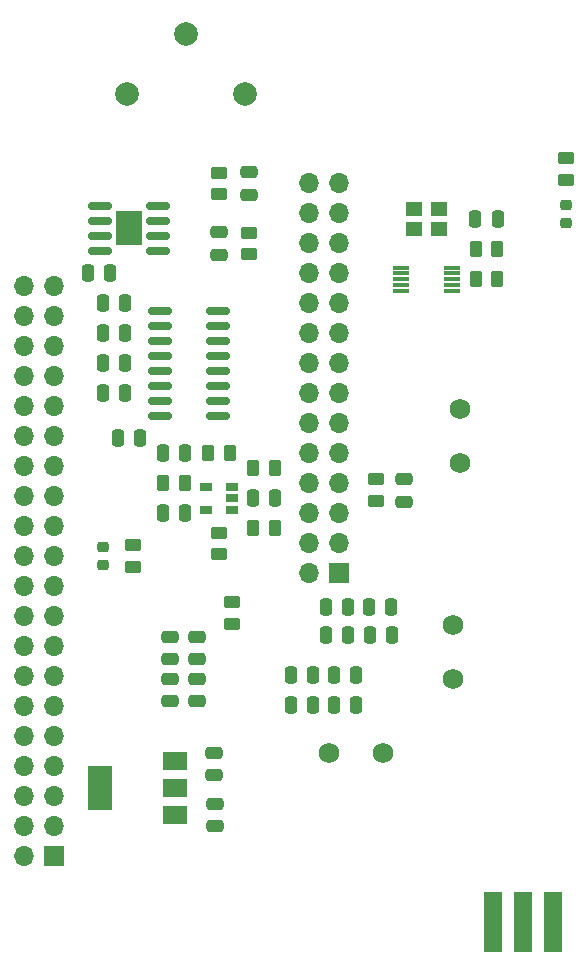
<source format=gts>
G04 #@! TF.GenerationSoftware,KiCad,Pcbnew,(6.0.11)*
G04 #@! TF.CreationDate,2025-01-10T09:31:50+11:00*
G04 #@! TF.ProjectId,bbb,6262622e-6b69-4636-9164-5f7063625858,rev?*
G04 #@! TF.SameCoordinates,Original*
G04 #@! TF.FileFunction,Soldermask,Top*
G04 #@! TF.FilePolarity,Negative*
%FSLAX46Y46*%
G04 Gerber Fmt 4.6, Leading zero omitted, Abs format (unit mm)*
G04 Created by KiCad (PCBNEW (6.0.11)) date 2025-01-10 09:31:50*
%MOMM*%
%LPD*%
G01*
G04 APERTURE LIST*
G04 Aperture macros list*
%AMRoundRect*
0 Rectangle with rounded corners*
0 $1 Rounding radius*
0 $2 $3 $4 $5 $6 $7 $8 $9 X,Y pos of 4 corners*
0 Add a 4 corners polygon primitive as box body*
4,1,4,$2,$3,$4,$5,$6,$7,$8,$9,$2,$3,0*
0 Add four circle primitives for the rounded corners*
1,1,$1+$1,$2,$3*
1,1,$1+$1,$4,$5*
1,1,$1+$1,$6,$7*
1,1,$1+$1,$8,$9*
0 Add four rect primitives between the rounded corners*
20,1,$1+$1,$2,$3,$4,$5,0*
20,1,$1+$1,$4,$5,$6,$7,0*
20,1,$1+$1,$6,$7,$8,$9,0*
20,1,$1+$1,$8,$9,$2,$3,0*%
G04 Aperture macros list end*
%ADD10C,1.727200*%
%ADD11C,2.006600*%
%ADD12R,1.524000X5.080000*%
%ADD13RoundRect,0.249998X-0.450002X0.262502X-0.450002X-0.262502X0.450002X-0.262502X0.450002X0.262502X0*%
%ADD14RoundRect,0.218750X0.256250X-0.218750X0.256250X0.218750X-0.256250X0.218750X-0.256250X-0.218750X0*%
%ADD15O,1.700000X1.700000*%
%ADD16R,1.700000X1.700000*%
%ADD17RoundRect,0.249998X0.450002X-0.262502X0.450002X0.262502X-0.450002X0.262502X-0.450002X-0.262502X0*%
%ADD18R,1.060000X0.650000*%
%ADD19RoundRect,0.250000X0.250000X0.475000X-0.250000X0.475000X-0.250000X-0.475000X0.250000X-0.475000X0*%
%ADD20R,1.400000X0.300000*%
%ADD21R,1.400000X1.200000*%
%ADD22RoundRect,0.250000X-0.250000X-0.475000X0.250000X-0.475000X0.250000X0.475000X-0.250000X0.475000X0*%
%ADD23RoundRect,0.250000X0.475000X-0.250000X0.475000X0.250000X-0.475000X0.250000X-0.475000X-0.250000X0*%
%ADD24RoundRect,0.250000X-0.475000X0.250000X-0.475000X-0.250000X0.475000X-0.250000X0.475000X0.250000X0*%
%ADD25RoundRect,0.249998X-0.262502X-0.450002X0.262502X-0.450002X0.262502X0.450002X-0.262502X0.450002X0*%
%ADD26RoundRect,0.249998X0.262502X0.450002X-0.262502X0.450002X-0.262502X-0.450002X0.262502X-0.450002X0*%
%ADD27RoundRect,0.150000X0.825000X0.150000X-0.825000X0.150000X-0.825000X-0.150000X0.825000X-0.150000X0*%
%ADD28R,2.290000X3.000000*%
%ADD29RoundRect,0.249999X-0.450001X0.262501X-0.450001X-0.262501X0.450001X-0.262501X0.450001X0.262501X0*%
%ADD30R,2.000000X3.800000*%
%ADD31R,2.000000X1.500000*%
G04 APERTURE END LIST*
D10*
X140741400Y-126250700D03*
X145313400Y-126250700D03*
X151841200Y-101714300D03*
X151841200Y-97142300D03*
X151231600Y-120002300D03*
X151231600Y-115430300D03*
D11*
X128629400Y-65415800D03*
X133629400Y-70415800D03*
X123629400Y-70415800D03*
D12*
X154635200Y-140538200D03*
X157175200Y-140538200D03*
X159715200Y-140538200D03*
D13*
X160845500Y-75897100D03*
X160845500Y-77722100D03*
D14*
X160845500Y-81407100D03*
X160845500Y-79832100D03*
D15*
X114947700Y-86690200D03*
X117487700Y-86690200D03*
X114947700Y-89230200D03*
X117487700Y-89230200D03*
X114947700Y-91770200D03*
X117487700Y-91770200D03*
X114947700Y-94310200D03*
X117487700Y-94310200D03*
X114947700Y-96850200D03*
X117487700Y-96850200D03*
X114947700Y-99390200D03*
X117487700Y-99390200D03*
X114947700Y-101930200D03*
X117487700Y-101930200D03*
X114947700Y-104470200D03*
X117487700Y-104470200D03*
X114947700Y-107010200D03*
X117487700Y-107010200D03*
X114947700Y-109550200D03*
X117487700Y-109550200D03*
X114947700Y-112090200D03*
X117487700Y-112090200D03*
X114947700Y-114630200D03*
X117487700Y-114630200D03*
X114947700Y-117170200D03*
X117487700Y-117170200D03*
X114947700Y-119710200D03*
X117487700Y-119710200D03*
X114947700Y-122250200D03*
X117487700Y-122250200D03*
X114947700Y-124790200D03*
X117487700Y-124790200D03*
X114947700Y-127330200D03*
X117487700Y-127330200D03*
X114947700Y-129870200D03*
X117487700Y-129870200D03*
X114947700Y-132410200D03*
X117487700Y-132410200D03*
X114947700Y-134950200D03*
D16*
X117487700Y-134950200D03*
D17*
X124180600Y-108663100D03*
X124180600Y-110488100D03*
D14*
X121640600Y-108788100D03*
X121640600Y-110363100D03*
D18*
X130370400Y-105648800D03*
X130370400Y-103748800D03*
X132570400Y-103748800D03*
X132570400Y-104698800D03*
X132570400Y-105648800D03*
D19*
X134330400Y-104698800D03*
X136230400Y-104698800D03*
X126710400Y-100888800D03*
X128610400Y-100888800D03*
D20*
X151221800Y-87144100D03*
X151221800Y-86644100D03*
X151221800Y-86144100D03*
X151221800Y-85644100D03*
X151221800Y-85144100D03*
X146821800Y-85144100D03*
X146821800Y-85644100D03*
X146821800Y-86144100D03*
X146821800Y-86644100D03*
X146821800Y-87144100D03*
D21*
X147921800Y-80214100D03*
X150121800Y-80214100D03*
X150121800Y-81914100D03*
X147921800Y-81914100D03*
D22*
X126710400Y-105968800D03*
X128610400Y-105968800D03*
D19*
X155051800Y-81064100D03*
X153151800Y-81064100D03*
X122900400Y-99618800D03*
X124800400Y-99618800D03*
X121630400Y-93268800D03*
X123530400Y-93268800D03*
X123530400Y-90728800D03*
X121630400Y-90728800D03*
X121630400Y-88188800D03*
X123530400Y-88188800D03*
X120360400Y-85648800D03*
X122260400Y-85648800D03*
X123530400Y-95808800D03*
X121630400Y-95808800D03*
D23*
X131470400Y-82158800D03*
X131470400Y-84058800D03*
D24*
X134010400Y-77078800D03*
X134010400Y-78978800D03*
D25*
X130557900Y-100888800D03*
X132382900Y-100888800D03*
D26*
X128572900Y-103428800D03*
X126747900Y-103428800D03*
D25*
X136192900Y-102158800D03*
X134367900Y-102158800D03*
D17*
X131470400Y-109421300D03*
X131470400Y-107596300D03*
D25*
X153189300Y-86144100D03*
X155014300Y-86144100D03*
X155014300Y-83604100D03*
X153189300Y-83604100D03*
D26*
X134367900Y-107238800D03*
X136192900Y-107238800D03*
D17*
X134010400Y-82196300D03*
X134010400Y-84021300D03*
D13*
X131470400Y-77116300D03*
X131470400Y-78941300D03*
D27*
X131405400Y-97713800D03*
X131405400Y-96443800D03*
X131405400Y-95173800D03*
X131405400Y-93903800D03*
X131405400Y-92633800D03*
X131405400Y-91363800D03*
X131405400Y-90093800D03*
X131405400Y-88823800D03*
X126455400Y-88823800D03*
X126455400Y-90093800D03*
X126455400Y-91363800D03*
X126455400Y-92633800D03*
X126455400Y-93903800D03*
X126455400Y-95173800D03*
X126455400Y-96443800D03*
X126455400Y-97713800D03*
X126325400Y-83743800D03*
X126325400Y-82473800D03*
X126325400Y-81203800D03*
X126325400Y-79933800D03*
X121375400Y-79933800D03*
X121375400Y-81203800D03*
X121375400Y-82473800D03*
X121375400Y-83743800D03*
D28*
X123850400Y-81838800D03*
D16*
X141630400Y-111048800D03*
D15*
X139090400Y-111048800D03*
X141630400Y-108508800D03*
X139090400Y-108508800D03*
X141630400Y-105968800D03*
X139090400Y-105968800D03*
X141630400Y-103428800D03*
X139090400Y-103428800D03*
X141630400Y-100888800D03*
X139090400Y-100888800D03*
X141630400Y-98348800D03*
X139090400Y-98348800D03*
X141630400Y-95808800D03*
X139090400Y-95808800D03*
X141630400Y-93268800D03*
X139090400Y-93268800D03*
X141630400Y-90728800D03*
X139090400Y-90728800D03*
X141630400Y-88188800D03*
X139090400Y-88188800D03*
X141630400Y-85648800D03*
X139090400Y-85648800D03*
X141630400Y-83108800D03*
X139090400Y-83108800D03*
X141630400Y-80568800D03*
X139090400Y-80568800D03*
X141630400Y-78028800D03*
X139090400Y-78028800D03*
D24*
X131013200Y-128115100D03*
X131013200Y-126215100D03*
X131140200Y-132433100D03*
X131140200Y-130533100D03*
D19*
X146098300Y-116281200D03*
X144198300Y-116281200D03*
X144137300Y-113868200D03*
X146037300Y-113868200D03*
D24*
X147116800Y-104975700D03*
X147116800Y-103075700D03*
D19*
X140515300Y-116281200D03*
X142415300Y-116281200D03*
X142415300Y-113868200D03*
X140515300Y-113868200D03*
X141165500Y-122161300D03*
X143065500Y-122161300D03*
X143065500Y-119621300D03*
X141165500Y-119621300D03*
X139443500Y-122161300D03*
X137543500Y-122161300D03*
X139443500Y-119621300D03*
X137543500Y-119621300D03*
D23*
X129565400Y-121854000D03*
X129565400Y-119954000D03*
X127279400Y-121854000D03*
X127279400Y-119954000D03*
X129565400Y-118298000D03*
X129565400Y-116398000D03*
X127279400Y-116398000D03*
X127279400Y-118298000D03*
D29*
X144729200Y-104912800D03*
X144729200Y-103087800D03*
X132588000Y-113489100D03*
X132588000Y-115314100D03*
D30*
X121386200Y-129197100D03*
D31*
X127686200Y-129197100D03*
X127686200Y-126897100D03*
X127686200Y-131497100D03*
M02*

</source>
